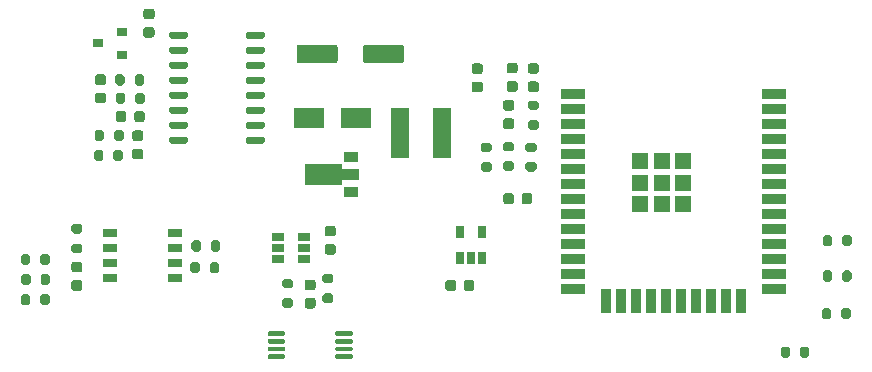
<source format=gbr>
%TF.GenerationSoftware,KiCad,Pcbnew,5.1.7-a382d34a8~87~ubuntu18.04.1*%
%TF.CreationDate,2021-06-03T09:48:45+05:30*%
%TF.ProjectId,Single_scale_v3_kicad,53696e67-6c65-45f7-9363-616c655f7633,rev?*%
%TF.SameCoordinates,Original*%
%TF.FileFunction,Paste,Top*%
%TF.FilePolarity,Positive*%
%FSLAX46Y46*%
G04 Gerber Fmt 4.6, Leading zero omitted, Abs format (unit mm)*
G04 Created by KiCad (PCBNEW 5.1.7-a382d34a8~87~ubuntu18.04.1) date 2021-06-03 09:48:45*
%MOMM*%
%LPD*%
G01*
G04 APERTURE LIST*
%ADD10R,1.300000X0.700000*%
%ADD11R,1.060000X0.650000*%
%ADD12R,0.650000X1.060000*%
%ADD13R,1.300000X0.900000*%
%ADD14C,0.100000*%
%ADD15R,2.000000X0.900000*%
%ADD16R,0.900000X2.000000*%
%ADD17R,1.330000X1.330000*%
%ADD18R,0.900000X0.800000*%
%ADD19R,2.500000X1.800000*%
%ADD20R,1.500000X4.200000*%
G04 APERTURE END LIST*
%TO.C,C1*%
G36*
G01*
X87250000Y-71975000D02*
X87750000Y-71975000D01*
G75*
G02*
X87975000Y-72200000I0J-225000D01*
G01*
X87975000Y-72650000D01*
G75*
G02*
X87750000Y-72875000I-225000J0D01*
G01*
X87250000Y-72875000D01*
G75*
G02*
X87025000Y-72650000I0J225000D01*
G01*
X87025000Y-72200000D01*
G75*
G02*
X87250000Y-71975000I225000J0D01*
G01*
G37*
G36*
G01*
X87250000Y-70425000D02*
X87750000Y-70425000D01*
G75*
G02*
X87975000Y-70650000I0J-225000D01*
G01*
X87975000Y-71100000D01*
G75*
G02*
X87750000Y-71325000I-225000J0D01*
G01*
X87250000Y-71325000D01*
G75*
G02*
X87025000Y-71100000I0J225000D01*
G01*
X87025000Y-70650000D01*
G75*
G02*
X87250000Y-70425000I225000J0D01*
G01*
G37*
%TD*%
%TO.C,C2*%
G36*
G01*
X88800000Y-74250000D02*
X88800000Y-73750000D01*
G75*
G02*
X89025000Y-73525000I225000J0D01*
G01*
X89475000Y-73525000D01*
G75*
G02*
X89700000Y-73750000I0J-225000D01*
G01*
X89700000Y-74250000D01*
G75*
G02*
X89475000Y-74475000I-225000J0D01*
G01*
X89025000Y-74475000D01*
G75*
G02*
X88800000Y-74250000I0J225000D01*
G01*
G37*
G36*
G01*
X90350000Y-74250000D02*
X90350000Y-73750000D01*
G75*
G02*
X90575000Y-73525000I225000J0D01*
G01*
X91025000Y-73525000D01*
G75*
G02*
X91250000Y-73750000I0J-225000D01*
G01*
X91250000Y-74250000D01*
G75*
G02*
X91025000Y-74475000I-225000J0D01*
G01*
X90575000Y-74475000D01*
G75*
G02*
X90350000Y-74250000I0J225000D01*
G01*
G37*
%TD*%
%TO.C,C3*%
G36*
G01*
X91850000Y-67325000D02*
X91350000Y-67325000D01*
G75*
G02*
X91125000Y-67100000I0J225000D01*
G01*
X91125000Y-66650000D01*
G75*
G02*
X91350000Y-66425000I225000J0D01*
G01*
X91850000Y-66425000D01*
G75*
G02*
X92075000Y-66650000I0J-225000D01*
G01*
X92075000Y-67100000D01*
G75*
G02*
X91850000Y-67325000I-225000J0D01*
G01*
G37*
G36*
G01*
X91850000Y-65775000D02*
X91350000Y-65775000D01*
G75*
G02*
X91125000Y-65550000I0J225000D01*
G01*
X91125000Y-65100000D01*
G75*
G02*
X91350000Y-64875000I225000J0D01*
G01*
X91850000Y-64875000D01*
G75*
G02*
X92075000Y-65100000I0J-225000D01*
G01*
X92075000Y-65550000D01*
G75*
G02*
X91850000Y-65775000I-225000J0D01*
G01*
G37*
%TD*%
%TO.C,C4*%
G36*
G01*
X85750000Y-88750000D02*
X85250000Y-88750000D01*
G75*
G02*
X85025000Y-88525000I0J225000D01*
G01*
X85025000Y-88075000D01*
G75*
G02*
X85250000Y-87850000I225000J0D01*
G01*
X85750000Y-87850000D01*
G75*
G02*
X85975000Y-88075000I0J-225000D01*
G01*
X85975000Y-88525000D01*
G75*
G02*
X85750000Y-88750000I-225000J0D01*
G01*
G37*
G36*
G01*
X85750000Y-87200000D02*
X85250000Y-87200000D01*
G75*
G02*
X85025000Y-86975000I0J225000D01*
G01*
X85025000Y-86525000D01*
G75*
G02*
X85250000Y-86300000I225000J0D01*
G01*
X85750000Y-86300000D01*
G75*
G02*
X85975000Y-86525000I0J-225000D01*
G01*
X85975000Y-86975000D01*
G75*
G02*
X85750000Y-87200000I-225000J0D01*
G01*
G37*
%TD*%
%TO.C,C5*%
G36*
G01*
X90400000Y-76725000D02*
X90900000Y-76725000D01*
G75*
G02*
X91125000Y-76950000I0J-225000D01*
G01*
X91125000Y-77400000D01*
G75*
G02*
X90900000Y-77625000I-225000J0D01*
G01*
X90400000Y-77625000D01*
G75*
G02*
X90175000Y-77400000I0J225000D01*
G01*
X90175000Y-76950000D01*
G75*
G02*
X90400000Y-76725000I225000J0D01*
G01*
G37*
G36*
G01*
X90400000Y-75175000D02*
X90900000Y-75175000D01*
G75*
G02*
X91125000Y-75400000I0J-225000D01*
G01*
X91125000Y-75850000D01*
G75*
G02*
X90900000Y-76075000I-225000J0D01*
G01*
X90400000Y-76075000D01*
G75*
G02*
X90175000Y-75850000I0J225000D01*
G01*
X90175000Y-75400000D01*
G75*
G02*
X90400000Y-75175000I225000J0D01*
G01*
G37*
%TD*%
%TO.C,C6*%
G36*
G01*
X122300000Y-75050000D02*
X121800000Y-75050000D01*
G75*
G02*
X121575000Y-74825000I0J225000D01*
G01*
X121575000Y-74375000D01*
G75*
G02*
X121800000Y-74150000I225000J0D01*
G01*
X122300000Y-74150000D01*
G75*
G02*
X122525000Y-74375000I0J-225000D01*
G01*
X122525000Y-74825000D01*
G75*
G02*
X122300000Y-75050000I-225000J0D01*
G01*
G37*
G36*
G01*
X122300000Y-73500000D02*
X121800000Y-73500000D01*
G75*
G02*
X121575000Y-73275000I0J225000D01*
G01*
X121575000Y-72825000D01*
G75*
G02*
X121800000Y-72600000I225000J0D01*
G01*
X122300000Y-72600000D01*
G75*
G02*
X122525000Y-72825000I0J-225000D01*
G01*
X122525000Y-73275000D01*
G75*
G02*
X122300000Y-73500000I-225000J0D01*
G01*
G37*
%TD*%
%TO.C,C7*%
G36*
G01*
X124400000Y-70375000D02*
X123900000Y-70375000D01*
G75*
G02*
X123675000Y-70150000I0J225000D01*
G01*
X123675000Y-69700000D01*
G75*
G02*
X123900000Y-69475000I225000J0D01*
G01*
X124400000Y-69475000D01*
G75*
G02*
X124625000Y-69700000I0J-225000D01*
G01*
X124625000Y-70150000D01*
G75*
G02*
X124400000Y-70375000I-225000J0D01*
G01*
G37*
G36*
G01*
X124400000Y-71925000D02*
X123900000Y-71925000D01*
G75*
G02*
X123675000Y-71700000I0J225000D01*
G01*
X123675000Y-71250000D01*
G75*
G02*
X123900000Y-71025000I225000J0D01*
G01*
X124400000Y-71025000D01*
G75*
G02*
X124625000Y-71250000I0J-225000D01*
G01*
X124625000Y-71700000D01*
G75*
G02*
X124400000Y-71925000I-225000J0D01*
G01*
G37*
%TD*%
%TO.C,C8*%
G36*
G01*
X122600000Y-71900000D02*
X122100000Y-71900000D01*
G75*
G02*
X121875000Y-71675000I0J225000D01*
G01*
X121875000Y-71225000D01*
G75*
G02*
X122100000Y-71000000I225000J0D01*
G01*
X122600000Y-71000000D01*
G75*
G02*
X122825000Y-71225000I0J-225000D01*
G01*
X122825000Y-71675000D01*
G75*
G02*
X122600000Y-71900000I-225000J0D01*
G01*
G37*
G36*
G01*
X122600000Y-70350000D02*
X122100000Y-70350000D01*
G75*
G02*
X121875000Y-70125000I0J225000D01*
G01*
X121875000Y-69675000D01*
G75*
G02*
X122100000Y-69450000I225000J0D01*
G01*
X122600000Y-69450000D01*
G75*
G02*
X122825000Y-69675000I0J-225000D01*
G01*
X122825000Y-70125000D01*
G75*
G02*
X122600000Y-70350000I-225000J0D01*
G01*
G37*
%TD*%
%TO.C,C9*%
G36*
G01*
X107200000Y-85700000D02*
X106700000Y-85700000D01*
G75*
G02*
X106475000Y-85475000I0J225000D01*
G01*
X106475000Y-85025000D01*
G75*
G02*
X106700000Y-84800000I225000J0D01*
G01*
X107200000Y-84800000D01*
G75*
G02*
X107425000Y-85025000I0J-225000D01*
G01*
X107425000Y-85475000D01*
G75*
G02*
X107200000Y-85700000I-225000J0D01*
G01*
G37*
G36*
G01*
X107200000Y-84150000D02*
X106700000Y-84150000D01*
G75*
G02*
X106475000Y-83925000I0J225000D01*
G01*
X106475000Y-83475000D01*
G75*
G02*
X106700000Y-83250000I225000J0D01*
G01*
X107200000Y-83250000D01*
G75*
G02*
X107425000Y-83475000I0J-225000D01*
G01*
X107425000Y-83925000D01*
G75*
G02*
X107200000Y-84150000I-225000J0D01*
G01*
G37*
%TD*%
%TO.C,C10*%
G36*
G01*
X105000000Y-89350000D02*
X105500000Y-89350000D01*
G75*
G02*
X105725000Y-89575000I0J-225000D01*
G01*
X105725000Y-90025000D01*
G75*
G02*
X105500000Y-90250000I-225000J0D01*
G01*
X105000000Y-90250000D01*
G75*
G02*
X104775000Y-90025000I0J225000D01*
G01*
X104775000Y-89575000D01*
G75*
G02*
X105000000Y-89350000I225000J0D01*
G01*
G37*
G36*
G01*
X105000000Y-87800000D02*
X105500000Y-87800000D01*
G75*
G02*
X105725000Y-88025000I0J-225000D01*
G01*
X105725000Y-88475000D01*
G75*
G02*
X105500000Y-88700000I-225000J0D01*
G01*
X105000000Y-88700000D01*
G75*
G02*
X104775000Y-88475000I0J225000D01*
G01*
X104775000Y-88025000D01*
G75*
G02*
X105000000Y-87800000I225000J0D01*
G01*
G37*
%TD*%
%TO.C,C11*%
G36*
G01*
X119650000Y-70400000D02*
X119150000Y-70400000D01*
G75*
G02*
X118925000Y-70175000I0J225000D01*
G01*
X118925000Y-69725000D01*
G75*
G02*
X119150000Y-69500000I225000J0D01*
G01*
X119650000Y-69500000D01*
G75*
G02*
X119875000Y-69725000I0J-225000D01*
G01*
X119875000Y-70175000D01*
G75*
G02*
X119650000Y-70400000I-225000J0D01*
G01*
G37*
G36*
G01*
X119650000Y-71950000D02*
X119150000Y-71950000D01*
G75*
G02*
X118925000Y-71725000I0J225000D01*
G01*
X118925000Y-71275000D01*
G75*
G02*
X119150000Y-71050000I225000J0D01*
G01*
X119650000Y-71050000D01*
G75*
G02*
X119875000Y-71275000I0J-225000D01*
G01*
X119875000Y-71725000D01*
G75*
G02*
X119650000Y-71950000I-225000J0D01*
G01*
G37*
%TD*%
%TO.C,C12*%
G36*
G01*
X118250000Y-88550000D02*
X118250000Y-88050000D01*
G75*
G02*
X118475000Y-87825000I225000J0D01*
G01*
X118925000Y-87825000D01*
G75*
G02*
X119150000Y-88050000I0J-225000D01*
G01*
X119150000Y-88550000D01*
G75*
G02*
X118925000Y-88775000I-225000J0D01*
G01*
X118475000Y-88775000D01*
G75*
G02*
X118250000Y-88550000I0J225000D01*
G01*
G37*
G36*
G01*
X116700000Y-88550000D02*
X116700000Y-88050000D01*
G75*
G02*
X116925000Y-87825000I225000J0D01*
G01*
X117375000Y-87825000D01*
G75*
G02*
X117600000Y-88050000I0J-225000D01*
G01*
X117600000Y-88550000D01*
G75*
G02*
X117375000Y-88775000I-225000J0D01*
G01*
X116925000Y-88775000D01*
G75*
G02*
X116700000Y-88550000I0J225000D01*
G01*
G37*
%TD*%
%TO.C,C13*%
G36*
G01*
X121600000Y-81200000D02*
X121600000Y-80700000D01*
G75*
G02*
X121825000Y-80475000I225000J0D01*
G01*
X122275000Y-80475000D01*
G75*
G02*
X122500000Y-80700000I0J-225000D01*
G01*
X122500000Y-81200000D01*
G75*
G02*
X122275000Y-81425000I-225000J0D01*
G01*
X121825000Y-81425000D01*
G75*
G02*
X121600000Y-81200000I0J225000D01*
G01*
G37*
G36*
G01*
X123150000Y-81200000D02*
X123150000Y-80700000D01*
G75*
G02*
X123375000Y-80475000I225000J0D01*
G01*
X123825000Y-80475000D01*
G75*
G02*
X124050000Y-80700000I0J-225000D01*
G01*
X124050000Y-81200000D01*
G75*
G02*
X123825000Y-81425000I-225000J0D01*
G01*
X123375000Y-81425000D01*
G75*
G02*
X123150000Y-81200000I0J225000D01*
G01*
G37*
%TD*%
%TO.C,C14*%
G36*
G01*
X104100000Y-69250000D02*
X104100000Y-68150000D01*
G75*
G02*
X104350000Y-67900000I250000J0D01*
G01*
X107350000Y-67900000D01*
G75*
G02*
X107600000Y-68150000I0J-250000D01*
G01*
X107600000Y-69250000D01*
G75*
G02*
X107350000Y-69500000I-250000J0D01*
G01*
X104350000Y-69500000D01*
G75*
G02*
X104100000Y-69250000I0J250000D01*
G01*
G37*
G36*
G01*
X109700000Y-69250000D02*
X109700000Y-68150000D01*
G75*
G02*
X109950000Y-67900000I250000J0D01*
G01*
X112950000Y-67900000D01*
G75*
G02*
X113200000Y-68150000I0J-250000D01*
G01*
X113200000Y-69250000D01*
G75*
G02*
X112950000Y-69500000I-250000J0D01*
G01*
X109950000Y-69500000D01*
G75*
G02*
X109700000Y-69250000I0J250000D01*
G01*
G37*
%TD*%
%TO.C,R1*%
G36*
G01*
X97550000Y-86525000D02*
X97550000Y-87075000D01*
G75*
G02*
X97350000Y-87275000I-200000J0D01*
G01*
X96950000Y-87275000D01*
G75*
G02*
X96750000Y-87075000I0J200000D01*
G01*
X96750000Y-86525000D01*
G75*
G02*
X96950000Y-86325000I200000J0D01*
G01*
X97350000Y-86325000D01*
G75*
G02*
X97550000Y-86525000I0J-200000D01*
G01*
G37*
G36*
G01*
X95900000Y-86525000D02*
X95900000Y-87075000D01*
G75*
G02*
X95700000Y-87275000I-200000J0D01*
G01*
X95300000Y-87275000D01*
G75*
G02*
X95100000Y-87075000I0J200000D01*
G01*
X95100000Y-86525000D01*
G75*
G02*
X95300000Y-86325000I200000J0D01*
G01*
X95700000Y-86325000D01*
G75*
G02*
X95900000Y-86525000I0J-200000D01*
G01*
G37*
%TD*%
%TO.C,R2*%
G36*
G01*
X95200000Y-85225000D02*
X95200000Y-84675000D01*
G75*
G02*
X95400000Y-84475000I200000J0D01*
G01*
X95800000Y-84475000D01*
G75*
G02*
X96000000Y-84675000I0J-200000D01*
G01*
X96000000Y-85225000D01*
G75*
G02*
X95800000Y-85425000I-200000J0D01*
G01*
X95400000Y-85425000D01*
G75*
G02*
X95200000Y-85225000I0J200000D01*
G01*
G37*
G36*
G01*
X96850000Y-85225000D02*
X96850000Y-84675000D01*
G75*
G02*
X97050000Y-84475000I200000J0D01*
G01*
X97450000Y-84475000D01*
G75*
G02*
X97650000Y-84675000I0J-200000D01*
G01*
X97650000Y-85225000D01*
G75*
G02*
X97450000Y-85425000I-200000J0D01*
G01*
X97050000Y-85425000D01*
G75*
G02*
X96850000Y-85225000I0J200000D01*
G01*
G37*
%TD*%
%TO.C,R3*%
G36*
G01*
X88750000Y-71175000D02*
X88750000Y-70625000D01*
G75*
G02*
X88950000Y-70425000I200000J0D01*
G01*
X89350000Y-70425000D01*
G75*
G02*
X89550000Y-70625000I0J-200000D01*
G01*
X89550000Y-71175000D01*
G75*
G02*
X89350000Y-71375000I-200000J0D01*
G01*
X88950000Y-71375000D01*
G75*
G02*
X88750000Y-71175000I0J200000D01*
G01*
G37*
G36*
G01*
X90400000Y-71175000D02*
X90400000Y-70625000D01*
G75*
G02*
X90600000Y-70425000I200000J0D01*
G01*
X91000000Y-70425000D01*
G75*
G02*
X91200000Y-70625000I0J-200000D01*
G01*
X91200000Y-71175000D01*
G75*
G02*
X91000000Y-71375000I-200000J0D01*
G01*
X90600000Y-71375000D01*
G75*
G02*
X90400000Y-71175000I0J200000D01*
G01*
G37*
%TD*%
%TO.C,R4*%
G36*
G01*
X89600000Y-72175000D02*
X89600000Y-72725000D01*
G75*
G02*
X89400000Y-72925000I-200000J0D01*
G01*
X89000000Y-72925000D01*
G75*
G02*
X88800000Y-72725000I0J200000D01*
G01*
X88800000Y-72175000D01*
G75*
G02*
X89000000Y-71975000I200000J0D01*
G01*
X89400000Y-71975000D01*
G75*
G02*
X89600000Y-72175000I0J-200000D01*
G01*
G37*
G36*
G01*
X91250000Y-72175000D02*
X91250000Y-72725000D01*
G75*
G02*
X91050000Y-72925000I-200000J0D01*
G01*
X90650000Y-72925000D01*
G75*
G02*
X90450000Y-72725000I0J200000D01*
G01*
X90450000Y-72175000D01*
G75*
G02*
X90650000Y-71975000I200000J0D01*
G01*
X91050000Y-71975000D01*
G75*
G02*
X91250000Y-72175000I0J-200000D01*
G01*
G37*
%TD*%
%TO.C,R5*%
G36*
G01*
X86950000Y-77575000D02*
X86950000Y-77025000D01*
G75*
G02*
X87150000Y-76825000I200000J0D01*
G01*
X87550000Y-76825000D01*
G75*
G02*
X87750000Y-77025000I0J-200000D01*
G01*
X87750000Y-77575000D01*
G75*
G02*
X87550000Y-77775000I-200000J0D01*
G01*
X87150000Y-77775000D01*
G75*
G02*
X86950000Y-77575000I0J200000D01*
G01*
G37*
G36*
G01*
X88600000Y-77575000D02*
X88600000Y-77025000D01*
G75*
G02*
X88800000Y-76825000I200000J0D01*
G01*
X89200000Y-76825000D01*
G75*
G02*
X89400000Y-77025000I0J-200000D01*
G01*
X89400000Y-77575000D01*
G75*
G02*
X89200000Y-77775000I-200000J0D01*
G01*
X88800000Y-77775000D01*
G75*
G02*
X88600000Y-77575000I0J200000D01*
G01*
G37*
%TD*%
%TO.C,R6*%
G36*
G01*
X88650000Y-75875000D02*
X88650000Y-75325000D01*
G75*
G02*
X88850000Y-75125000I200000J0D01*
G01*
X89250000Y-75125000D01*
G75*
G02*
X89450000Y-75325000I0J-200000D01*
G01*
X89450000Y-75875000D01*
G75*
G02*
X89250000Y-76075000I-200000J0D01*
G01*
X88850000Y-76075000D01*
G75*
G02*
X88650000Y-75875000I0J200000D01*
G01*
G37*
G36*
G01*
X87000000Y-75875000D02*
X87000000Y-75325000D01*
G75*
G02*
X87200000Y-75125000I200000J0D01*
G01*
X87600000Y-75125000D01*
G75*
G02*
X87800000Y-75325000I0J-200000D01*
G01*
X87800000Y-75875000D01*
G75*
G02*
X87600000Y-76075000I-200000J0D01*
G01*
X87200000Y-76075000D01*
G75*
G02*
X87000000Y-75875000I0J200000D01*
G01*
G37*
%TD*%
%TO.C,R7*%
G36*
G01*
X123875000Y-72650000D02*
X124425000Y-72650000D01*
G75*
G02*
X124625000Y-72850000I0J-200000D01*
G01*
X124625000Y-73250000D01*
G75*
G02*
X124425000Y-73450000I-200000J0D01*
G01*
X123875000Y-73450000D01*
G75*
G02*
X123675000Y-73250000I0J200000D01*
G01*
X123675000Y-72850000D01*
G75*
G02*
X123875000Y-72650000I200000J0D01*
G01*
G37*
G36*
G01*
X123875000Y-74300000D02*
X124425000Y-74300000D01*
G75*
G02*
X124625000Y-74500000I0J-200000D01*
G01*
X124625000Y-74900000D01*
G75*
G02*
X124425000Y-75100000I-200000J0D01*
G01*
X123875000Y-75100000D01*
G75*
G02*
X123675000Y-74900000I0J200000D01*
G01*
X123675000Y-74500000D01*
G75*
G02*
X123875000Y-74300000I200000J0D01*
G01*
G37*
%TD*%
%TO.C,R8*%
G36*
G01*
X85775000Y-83900000D02*
X85225000Y-83900000D01*
G75*
G02*
X85025000Y-83700000I0J200000D01*
G01*
X85025000Y-83300000D01*
G75*
G02*
X85225000Y-83100000I200000J0D01*
G01*
X85775000Y-83100000D01*
G75*
G02*
X85975000Y-83300000I0J-200000D01*
G01*
X85975000Y-83700000D01*
G75*
G02*
X85775000Y-83900000I-200000J0D01*
G01*
G37*
G36*
G01*
X85775000Y-85550000D02*
X85225000Y-85550000D01*
G75*
G02*
X85025000Y-85350000I0J200000D01*
G01*
X85025000Y-84950000D01*
G75*
G02*
X85225000Y-84750000I200000J0D01*
G01*
X85775000Y-84750000D01*
G75*
G02*
X85975000Y-84950000I0J-200000D01*
G01*
X85975000Y-85350000D01*
G75*
G02*
X85775000Y-85550000I-200000J0D01*
G01*
G37*
%TD*%
%TO.C,R9*%
G36*
G01*
X103625000Y-88550000D02*
X103075000Y-88550000D01*
G75*
G02*
X102875000Y-88350000I0J200000D01*
G01*
X102875000Y-87950000D01*
G75*
G02*
X103075000Y-87750000I200000J0D01*
G01*
X103625000Y-87750000D01*
G75*
G02*
X103825000Y-87950000I0J-200000D01*
G01*
X103825000Y-88350000D01*
G75*
G02*
X103625000Y-88550000I-200000J0D01*
G01*
G37*
G36*
G01*
X103625000Y-90200000D02*
X103075000Y-90200000D01*
G75*
G02*
X102875000Y-90000000I0J200000D01*
G01*
X102875000Y-89600000D01*
G75*
G02*
X103075000Y-89400000I200000J0D01*
G01*
X103625000Y-89400000D01*
G75*
G02*
X103825000Y-89600000I0J-200000D01*
G01*
X103825000Y-90000000D01*
G75*
G02*
X103625000Y-90200000I-200000J0D01*
G01*
G37*
%TD*%
%TO.C,R10*%
G36*
G01*
X106475000Y-87325000D02*
X107025000Y-87325000D01*
G75*
G02*
X107225000Y-87525000I0J-200000D01*
G01*
X107225000Y-87925000D01*
G75*
G02*
X107025000Y-88125000I-200000J0D01*
G01*
X106475000Y-88125000D01*
G75*
G02*
X106275000Y-87925000I0J200000D01*
G01*
X106275000Y-87525000D01*
G75*
G02*
X106475000Y-87325000I200000J0D01*
G01*
G37*
G36*
G01*
X106475000Y-88975000D02*
X107025000Y-88975000D01*
G75*
G02*
X107225000Y-89175000I0J-200000D01*
G01*
X107225000Y-89575000D01*
G75*
G02*
X107025000Y-89775000I-200000J0D01*
G01*
X106475000Y-89775000D01*
G75*
G02*
X106275000Y-89575000I0J200000D01*
G01*
X106275000Y-89175000D01*
G75*
G02*
X106475000Y-88975000I200000J0D01*
G01*
G37*
%TD*%
%TO.C,R11*%
G36*
G01*
X145875000Y-93675000D02*
X145875000Y-94225000D01*
G75*
G02*
X145675000Y-94425000I-200000J0D01*
G01*
X145275000Y-94425000D01*
G75*
G02*
X145075000Y-94225000I0J200000D01*
G01*
X145075000Y-93675000D01*
G75*
G02*
X145275000Y-93475000I200000J0D01*
G01*
X145675000Y-93475000D01*
G75*
G02*
X145875000Y-93675000I0J-200000D01*
G01*
G37*
G36*
G01*
X147525000Y-93675000D02*
X147525000Y-94225000D01*
G75*
G02*
X147325000Y-94425000I-200000J0D01*
G01*
X146925000Y-94425000D01*
G75*
G02*
X146725000Y-94225000I0J200000D01*
G01*
X146725000Y-93675000D01*
G75*
G02*
X146925000Y-93475000I200000J0D01*
G01*
X147325000Y-93475000D01*
G75*
G02*
X147525000Y-93675000I0J-200000D01*
G01*
G37*
%TD*%
%TO.C,R12*%
G36*
G01*
X150225000Y-90975000D02*
X150225000Y-90425000D01*
G75*
G02*
X150425000Y-90225000I200000J0D01*
G01*
X150825000Y-90225000D01*
G75*
G02*
X151025000Y-90425000I0J-200000D01*
G01*
X151025000Y-90975000D01*
G75*
G02*
X150825000Y-91175000I-200000J0D01*
G01*
X150425000Y-91175000D01*
G75*
G02*
X150225000Y-90975000I0J200000D01*
G01*
G37*
G36*
G01*
X148575000Y-90975000D02*
X148575000Y-90425000D01*
G75*
G02*
X148775000Y-90225000I200000J0D01*
G01*
X149175000Y-90225000D01*
G75*
G02*
X149375000Y-90425000I0J-200000D01*
G01*
X149375000Y-90975000D01*
G75*
G02*
X149175000Y-91175000I-200000J0D01*
G01*
X148775000Y-91175000D01*
G75*
G02*
X148575000Y-90975000I0J200000D01*
G01*
G37*
%TD*%
%TO.C,R13*%
G36*
G01*
X150300000Y-87775000D02*
X150300000Y-87225000D01*
G75*
G02*
X150500000Y-87025000I200000J0D01*
G01*
X150900000Y-87025000D01*
G75*
G02*
X151100000Y-87225000I0J-200000D01*
G01*
X151100000Y-87775000D01*
G75*
G02*
X150900000Y-87975000I-200000J0D01*
G01*
X150500000Y-87975000D01*
G75*
G02*
X150300000Y-87775000I0J200000D01*
G01*
G37*
G36*
G01*
X148650000Y-87775000D02*
X148650000Y-87225000D01*
G75*
G02*
X148850000Y-87025000I200000J0D01*
G01*
X149250000Y-87025000D01*
G75*
G02*
X149450000Y-87225000I0J-200000D01*
G01*
X149450000Y-87775000D01*
G75*
G02*
X149250000Y-87975000I-200000J0D01*
G01*
X148850000Y-87975000D01*
G75*
G02*
X148650000Y-87775000I0J200000D01*
G01*
G37*
%TD*%
%TO.C,R14*%
G36*
G01*
X150300000Y-84775000D02*
X150300000Y-84225000D01*
G75*
G02*
X150500000Y-84025000I200000J0D01*
G01*
X150900000Y-84025000D01*
G75*
G02*
X151100000Y-84225000I0J-200000D01*
G01*
X151100000Y-84775000D01*
G75*
G02*
X150900000Y-84975000I-200000J0D01*
G01*
X150500000Y-84975000D01*
G75*
G02*
X150300000Y-84775000I0J200000D01*
G01*
G37*
G36*
G01*
X148650000Y-84775000D02*
X148650000Y-84225000D01*
G75*
G02*
X148850000Y-84025000I200000J0D01*
G01*
X149250000Y-84025000D01*
G75*
G02*
X149450000Y-84225000I0J-200000D01*
G01*
X149450000Y-84775000D01*
G75*
G02*
X149250000Y-84975000I-200000J0D01*
G01*
X148850000Y-84975000D01*
G75*
G02*
X148650000Y-84775000I0J200000D01*
G01*
G37*
%TD*%
%TO.C,R15*%
G36*
G01*
X120425000Y-78675000D02*
X119875000Y-78675000D01*
G75*
G02*
X119675000Y-78475000I0J200000D01*
G01*
X119675000Y-78075000D01*
G75*
G02*
X119875000Y-77875000I200000J0D01*
G01*
X120425000Y-77875000D01*
G75*
G02*
X120625000Y-78075000I0J-200000D01*
G01*
X120625000Y-78475000D01*
G75*
G02*
X120425000Y-78675000I-200000J0D01*
G01*
G37*
G36*
G01*
X120425000Y-77025000D02*
X119875000Y-77025000D01*
G75*
G02*
X119675000Y-76825000I0J200000D01*
G01*
X119675000Y-76425000D01*
G75*
G02*
X119875000Y-76225000I200000J0D01*
G01*
X120425000Y-76225000D01*
G75*
G02*
X120625000Y-76425000I0J-200000D01*
G01*
X120625000Y-76825000D01*
G75*
G02*
X120425000Y-77025000I-200000J0D01*
G01*
G37*
%TD*%
%TO.C,R16*%
G36*
G01*
X121775000Y-77800000D02*
X122325000Y-77800000D01*
G75*
G02*
X122525000Y-78000000I0J-200000D01*
G01*
X122525000Y-78400000D01*
G75*
G02*
X122325000Y-78600000I-200000J0D01*
G01*
X121775000Y-78600000D01*
G75*
G02*
X121575000Y-78400000I0J200000D01*
G01*
X121575000Y-78000000D01*
G75*
G02*
X121775000Y-77800000I200000J0D01*
G01*
G37*
G36*
G01*
X121775000Y-76150000D02*
X122325000Y-76150000D01*
G75*
G02*
X122525000Y-76350000I0J-200000D01*
G01*
X122525000Y-76750000D01*
G75*
G02*
X122325000Y-76950000I-200000J0D01*
G01*
X121775000Y-76950000D01*
G75*
G02*
X121575000Y-76750000I0J200000D01*
G01*
X121575000Y-76350000D01*
G75*
G02*
X121775000Y-76150000I200000J0D01*
G01*
G37*
%TD*%
%TO.C,R17*%
G36*
G01*
X123675000Y-76200000D02*
X124225000Y-76200000D01*
G75*
G02*
X124425000Y-76400000I0J-200000D01*
G01*
X124425000Y-76800000D01*
G75*
G02*
X124225000Y-77000000I-200000J0D01*
G01*
X123675000Y-77000000D01*
G75*
G02*
X123475000Y-76800000I0J200000D01*
G01*
X123475000Y-76400000D01*
G75*
G02*
X123675000Y-76200000I200000J0D01*
G01*
G37*
G36*
G01*
X123675000Y-77850000D02*
X124225000Y-77850000D01*
G75*
G02*
X124425000Y-78050000I0J-200000D01*
G01*
X124425000Y-78450000D01*
G75*
G02*
X124225000Y-78650000I-200000J0D01*
G01*
X123675000Y-78650000D01*
G75*
G02*
X123475000Y-78450000I0J200000D01*
G01*
X123475000Y-78050000D01*
G75*
G02*
X123675000Y-77850000I200000J0D01*
G01*
G37*
%TD*%
%TO.C,R18*%
G36*
G01*
X83200000Y-85825000D02*
X83200000Y-86375000D01*
G75*
G02*
X83000000Y-86575000I-200000J0D01*
G01*
X82600000Y-86575000D01*
G75*
G02*
X82400000Y-86375000I0J200000D01*
G01*
X82400000Y-85825000D01*
G75*
G02*
X82600000Y-85625000I200000J0D01*
G01*
X83000000Y-85625000D01*
G75*
G02*
X83200000Y-85825000I0J-200000D01*
G01*
G37*
G36*
G01*
X81550000Y-85825000D02*
X81550000Y-86375000D01*
G75*
G02*
X81350000Y-86575000I-200000J0D01*
G01*
X80950000Y-86575000D01*
G75*
G02*
X80750000Y-86375000I0J200000D01*
G01*
X80750000Y-85825000D01*
G75*
G02*
X80950000Y-85625000I200000J0D01*
G01*
X81350000Y-85625000D01*
G75*
G02*
X81550000Y-85825000I0J-200000D01*
G01*
G37*
%TD*%
%TO.C,R19*%
G36*
G01*
X82425000Y-88075000D02*
X82425000Y-87525000D01*
G75*
G02*
X82625000Y-87325000I200000J0D01*
G01*
X83025000Y-87325000D01*
G75*
G02*
X83225000Y-87525000I0J-200000D01*
G01*
X83225000Y-88075000D01*
G75*
G02*
X83025000Y-88275000I-200000J0D01*
G01*
X82625000Y-88275000D01*
G75*
G02*
X82425000Y-88075000I0J200000D01*
G01*
G37*
G36*
G01*
X80775000Y-88075000D02*
X80775000Y-87525000D01*
G75*
G02*
X80975000Y-87325000I200000J0D01*
G01*
X81375000Y-87325000D01*
G75*
G02*
X81575000Y-87525000I0J-200000D01*
G01*
X81575000Y-88075000D01*
G75*
G02*
X81375000Y-88275000I-200000J0D01*
G01*
X80975000Y-88275000D01*
G75*
G02*
X80775000Y-88075000I0J200000D01*
G01*
G37*
%TD*%
%TO.C,R20*%
G36*
G01*
X80750000Y-89775000D02*
X80750000Y-89225000D01*
G75*
G02*
X80950000Y-89025000I200000J0D01*
G01*
X81350000Y-89025000D01*
G75*
G02*
X81550000Y-89225000I0J-200000D01*
G01*
X81550000Y-89775000D01*
G75*
G02*
X81350000Y-89975000I-200000J0D01*
G01*
X80950000Y-89975000D01*
G75*
G02*
X80750000Y-89775000I0J200000D01*
G01*
G37*
G36*
G01*
X82400000Y-89775000D02*
X82400000Y-89225000D01*
G75*
G02*
X82600000Y-89025000I200000J0D01*
G01*
X83000000Y-89025000D01*
G75*
G02*
X83200000Y-89225000I0J-200000D01*
G01*
X83200000Y-89775000D01*
G75*
G02*
X83000000Y-89975000I-200000J0D01*
G01*
X82600000Y-89975000D01*
G75*
G02*
X82400000Y-89775000I0J200000D01*
G01*
G37*
%TD*%
D10*
%TO.C,U1*%
X93800000Y-85165000D03*
X93800000Y-83895000D03*
X93800000Y-86435000D03*
X93800000Y-87705000D03*
X88300000Y-85165000D03*
X88300000Y-83895000D03*
X88300000Y-86435000D03*
X88300000Y-87705000D03*
%TD*%
%TO.C,U2*%
G36*
G01*
X93300000Y-67255000D02*
X93300000Y-66955000D01*
G75*
G02*
X93450000Y-66805000I150000J0D01*
G01*
X94750000Y-66805000D01*
G75*
G02*
X94900000Y-66955000I0J-150000D01*
G01*
X94900000Y-67255000D01*
G75*
G02*
X94750000Y-67405000I-150000J0D01*
G01*
X93450000Y-67405000D01*
G75*
G02*
X93300000Y-67255000I0J150000D01*
G01*
G37*
G36*
G01*
X93300000Y-68525000D02*
X93300000Y-68225000D01*
G75*
G02*
X93450000Y-68075000I150000J0D01*
G01*
X94750000Y-68075000D01*
G75*
G02*
X94900000Y-68225000I0J-150000D01*
G01*
X94900000Y-68525000D01*
G75*
G02*
X94750000Y-68675000I-150000J0D01*
G01*
X93450000Y-68675000D01*
G75*
G02*
X93300000Y-68525000I0J150000D01*
G01*
G37*
G36*
G01*
X93300000Y-69795000D02*
X93300000Y-69495000D01*
G75*
G02*
X93450000Y-69345000I150000J0D01*
G01*
X94750000Y-69345000D01*
G75*
G02*
X94900000Y-69495000I0J-150000D01*
G01*
X94900000Y-69795000D01*
G75*
G02*
X94750000Y-69945000I-150000J0D01*
G01*
X93450000Y-69945000D01*
G75*
G02*
X93300000Y-69795000I0J150000D01*
G01*
G37*
G36*
G01*
X93300000Y-71065000D02*
X93300000Y-70765000D01*
G75*
G02*
X93450000Y-70615000I150000J0D01*
G01*
X94750000Y-70615000D01*
G75*
G02*
X94900000Y-70765000I0J-150000D01*
G01*
X94900000Y-71065000D01*
G75*
G02*
X94750000Y-71215000I-150000J0D01*
G01*
X93450000Y-71215000D01*
G75*
G02*
X93300000Y-71065000I0J150000D01*
G01*
G37*
G36*
G01*
X93300000Y-72335000D02*
X93300000Y-72035000D01*
G75*
G02*
X93450000Y-71885000I150000J0D01*
G01*
X94750000Y-71885000D01*
G75*
G02*
X94900000Y-72035000I0J-150000D01*
G01*
X94900000Y-72335000D01*
G75*
G02*
X94750000Y-72485000I-150000J0D01*
G01*
X93450000Y-72485000D01*
G75*
G02*
X93300000Y-72335000I0J150000D01*
G01*
G37*
G36*
G01*
X93300000Y-73605000D02*
X93300000Y-73305000D01*
G75*
G02*
X93450000Y-73155000I150000J0D01*
G01*
X94750000Y-73155000D01*
G75*
G02*
X94900000Y-73305000I0J-150000D01*
G01*
X94900000Y-73605000D01*
G75*
G02*
X94750000Y-73755000I-150000J0D01*
G01*
X93450000Y-73755000D01*
G75*
G02*
X93300000Y-73605000I0J150000D01*
G01*
G37*
G36*
G01*
X93300000Y-74875000D02*
X93300000Y-74575000D01*
G75*
G02*
X93450000Y-74425000I150000J0D01*
G01*
X94750000Y-74425000D01*
G75*
G02*
X94900000Y-74575000I0J-150000D01*
G01*
X94900000Y-74875000D01*
G75*
G02*
X94750000Y-75025000I-150000J0D01*
G01*
X93450000Y-75025000D01*
G75*
G02*
X93300000Y-74875000I0J150000D01*
G01*
G37*
G36*
G01*
X93300000Y-76145000D02*
X93300000Y-75845000D01*
G75*
G02*
X93450000Y-75695000I150000J0D01*
G01*
X94750000Y-75695000D01*
G75*
G02*
X94900000Y-75845000I0J-150000D01*
G01*
X94900000Y-76145000D01*
G75*
G02*
X94750000Y-76295000I-150000J0D01*
G01*
X93450000Y-76295000D01*
G75*
G02*
X93300000Y-76145000I0J150000D01*
G01*
G37*
G36*
G01*
X99800000Y-76145000D02*
X99800000Y-75845000D01*
G75*
G02*
X99950000Y-75695000I150000J0D01*
G01*
X101250000Y-75695000D01*
G75*
G02*
X101400000Y-75845000I0J-150000D01*
G01*
X101400000Y-76145000D01*
G75*
G02*
X101250000Y-76295000I-150000J0D01*
G01*
X99950000Y-76295000D01*
G75*
G02*
X99800000Y-76145000I0J150000D01*
G01*
G37*
G36*
G01*
X99800000Y-74875000D02*
X99800000Y-74575000D01*
G75*
G02*
X99950000Y-74425000I150000J0D01*
G01*
X101250000Y-74425000D01*
G75*
G02*
X101400000Y-74575000I0J-150000D01*
G01*
X101400000Y-74875000D01*
G75*
G02*
X101250000Y-75025000I-150000J0D01*
G01*
X99950000Y-75025000D01*
G75*
G02*
X99800000Y-74875000I0J150000D01*
G01*
G37*
G36*
G01*
X99800000Y-73605000D02*
X99800000Y-73305000D01*
G75*
G02*
X99950000Y-73155000I150000J0D01*
G01*
X101250000Y-73155000D01*
G75*
G02*
X101400000Y-73305000I0J-150000D01*
G01*
X101400000Y-73605000D01*
G75*
G02*
X101250000Y-73755000I-150000J0D01*
G01*
X99950000Y-73755000D01*
G75*
G02*
X99800000Y-73605000I0J150000D01*
G01*
G37*
G36*
G01*
X99800000Y-72335000D02*
X99800000Y-72035000D01*
G75*
G02*
X99950000Y-71885000I150000J0D01*
G01*
X101250000Y-71885000D01*
G75*
G02*
X101400000Y-72035000I0J-150000D01*
G01*
X101400000Y-72335000D01*
G75*
G02*
X101250000Y-72485000I-150000J0D01*
G01*
X99950000Y-72485000D01*
G75*
G02*
X99800000Y-72335000I0J150000D01*
G01*
G37*
G36*
G01*
X99800000Y-71065000D02*
X99800000Y-70765000D01*
G75*
G02*
X99950000Y-70615000I150000J0D01*
G01*
X101250000Y-70615000D01*
G75*
G02*
X101400000Y-70765000I0J-150000D01*
G01*
X101400000Y-71065000D01*
G75*
G02*
X101250000Y-71215000I-150000J0D01*
G01*
X99950000Y-71215000D01*
G75*
G02*
X99800000Y-71065000I0J150000D01*
G01*
G37*
G36*
G01*
X99800000Y-69795000D02*
X99800000Y-69495000D01*
G75*
G02*
X99950000Y-69345000I150000J0D01*
G01*
X101250000Y-69345000D01*
G75*
G02*
X101400000Y-69495000I0J-150000D01*
G01*
X101400000Y-69795000D01*
G75*
G02*
X101250000Y-69945000I-150000J0D01*
G01*
X99950000Y-69945000D01*
G75*
G02*
X99800000Y-69795000I0J150000D01*
G01*
G37*
G36*
G01*
X99800000Y-68525000D02*
X99800000Y-68225000D01*
G75*
G02*
X99950000Y-68075000I150000J0D01*
G01*
X101250000Y-68075000D01*
G75*
G02*
X101400000Y-68225000I0J-150000D01*
G01*
X101400000Y-68525000D01*
G75*
G02*
X101250000Y-68675000I-150000J0D01*
G01*
X99950000Y-68675000D01*
G75*
G02*
X99800000Y-68525000I0J150000D01*
G01*
G37*
G36*
G01*
X99800000Y-67255000D02*
X99800000Y-66955000D01*
G75*
G02*
X99950000Y-66805000I150000J0D01*
G01*
X101250000Y-66805000D01*
G75*
G02*
X101400000Y-66955000I0J-150000D01*
G01*
X101400000Y-67255000D01*
G75*
G02*
X101250000Y-67405000I-150000J0D01*
G01*
X99950000Y-67405000D01*
G75*
G02*
X99800000Y-67255000I0J150000D01*
G01*
G37*
%TD*%
%TO.C,U3*%
G36*
G01*
X101650000Y-92475000D02*
X101650000Y-92275000D01*
G75*
G02*
X101750000Y-92175000I100000J0D01*
G01*
X103025000Y-92175000D01*
G75*
G02*
X103125000Y-92275000I0J-100000D01*
G01*
X103125000Y-92475000D01*
G75*
G02*
X103025000Y-92575000I-100000J0D01*
G01*
X101750000Y-92575000D01*
G75*
G02*
X101650000Y-92475000I0J100000D01*
G01*
G37*
G36*
G01*
X101650000Y-93125000D02*
X101650000Y-92925000D01*
G75*
G02*
X101750000Y-92825000I100000J0D01*
G01*
X103025000Y-92825000D01*
G75*
G02*
X103125000Y-92925000I0J-100000D01*
G01*
X103125000Y-93125000D01*
G75*
G02*
X103025000Y-93225000I-100000J0D01*
G01*
X101750000Y-93225000D01*
G75*
G02*
X101650000Y-93125000I0J100000D01*
G01*
G37*
G36*
G01*
X101650000Y-93775000D02*
X101650000Y-93575000D01*
G75*
G02*
X101750000Y-93475000I100000J0D01*
G01*
X103025000Y-93475000D01*
G75*
G02*
X103125000Y-93575000I0J-100000D01*
G01*
X103125000Y-93775000D01*
G75*
G02*
X103025000Y-93875000I-100000J0D01*
G01*
X101750000Y-93875000D01*
G75*
G02*
X101650000Y-93775000I0J100000D01*
G01*
G37*
G36*
G01*
X101650000Y-94425000D02*
X101650000Y-94225000D01*
G75*
G02*
X101750000Y-94125000I100000J0D01*
G01*
X103025000Y-94125000D01*
G75*
G02*
X103125000Y-94225000I0J-100000D01*
G01*
X103125000Y-94425000D01*
G75*
G02*
X103025000Y-94525000I-100000J0D01*
G01*
X101750000Y-94525000D01*
G75*
G02*
X101650000Y-94425000I0J100000D01*
G01*
G37*
G36*
G01*
X107375000Y-94425000D02*
X107375000Y-94225000D01*
G75*
G02*
X107475000Y-94125000I100000J0D01*
G01*
X108750000Y-94125000D01*
G75*
G02*
X108850000Y-94225000I0J-100000D01*
G01*
X108850000Y-94425000D01*
G75*
G02*
X108750000Y-94525000I-100000J0D01*
G01*
X107475000Y-94525000D01*
G75*
G02*
X107375000Y-94425000I0J100000D01*
G01*
G37*
G36*
G01*
X107375000Y-93775000D02*
X107375000Y-93575000D01*
G75*
G02*
X107475000Y-93475000I100000J0D01*
G01*
X108750000Y-93475000D01*
G75*
G02*
X108850000Y-93575000I0J-100000D01*
G01*
X108850000Y-93775000D01*
G75*
G02*
X108750000Y-93875000I-100000J0D01*
G01*
X107475000Y-93875000D01*
G75*
G02*
X107375000Y-93775000I0J100000D01*
G01*
G37*
G36*
G01*
X107375000Y-93125000D02*
X107375000Y-92925000D01*
G75*
G02*
X107475000Y-92825000I100000J0D01*
G01*
X108750000Y-92825000D01*
G75*
G02*
X108850000Y-92925000I0J-100000D01*
G01*
X108850000Y-93125000D01*
G75*
G02*
X108750000Y-93225000I-100000J0D01*
G01*
X107475000Y-93225000D01*
G75*
G02*
X107375000Y-93125000I0J100000D01*
G01*
G37*
G36*
G01*
X107375000Y-92475000D02*
X107375000Y-92275000D01*
G75*
G02*
X107475000Y-92175000I100000J0D01*
G01*
X108750000Y-92175000D01*
G75*
G02*
X108850000Y-92275000I0J-100000D01*
G01*
X108850000Y-92475000D01*
G75*
G02*
X108750000Y-92575000I-100000J0D01*
G01*
X107475000Y-92575000D01*
G75*
G02*
X107375000Y-92475000I0J100000D01*
G01*
G37*
%TD*%
D11*
%TO.C,U4*%
X102550000Y-84200000D03*
X102550000Y-85150000D03*
X102550000Y-86100000D03*
X104750000Y-86100000D03*
X104750000Y-84200000D03*
X104750000Y-85150000D03*
%TD*%
D12*
%TO.C,U6*%
X117900000Y-85950000D03*
X118850000Y-85950000D03*
X119800000Y-85950000D03*
X119800000Y-83750000D03*
X117900000Y-83750000D03*
%TD*%
D13*
%TO.C,U7*%
X108750000Y-80400000D03*
X108750000Y-77400000D03*
D14*
G36*
X104800000Y-78033500D02*
G01*
X107925000Y-78033500D01*
X107925000Y-78450000D01*
X109400000Y-78450000D01*
X109400000Y-79350000D01*
X107925000Y-79350000D01*
X107925000Y-79766500D01*
X104800000Y-79766500D01*
X104800000Y-78033500D01*
G37*
%TD*%
D15*
%TO.C,U5*%
X127500000Y-72090000D03*
X127500000Y-73360000D03*
X127500000Y-74630000D03*
X127500000Y-75900000D03*
X127500000Y-77170000D03*
X127500000Y-78440000D03*
X127500000Y-79710000D03*
X127500000Y-80980000D03*
X127500000Y-82250000D03*
X127500000Y-83520000D03*
X127500000Y-84790000D03*
X127500000Y-86060000D03*
X127500000Y-87330000D03*
X127500000Y-88600000D03*
D16*
X130285000Y-89600000D03*
X131555000Y-89600000D03*
X132825000Y-89600000D03*
X134095000Y-89600000D03*
X135365000Y-89600000D03*
X136635000Y-89600000D03*
X137905000Y-89600000D03*
X139175000Y-89600000D03*
X140445000Y-89600000D03*
X141715000Y-89600000D03*
D15*
X144500000Y-88600000D03*
X144500000Y-87330000D03*
X144500000Y-86060000D03*
X144500000Y-84790000D03*
X144500000Y-83520000D03*
X144500000Y-82250000D03*
X144500000Y-80980000D03*
X144500000Y-79710000D03*
X144500000Y-78440000D03*
X144500000Y-77170000D03*
X144500000Y-75900000D03*
X144500000Y-74630000D03*
X144500000Y-73360000D03*
X144500000Y-72090000D03*
D17*
X133165000Y-77755000D03*
X135000000Y-77755000D03*
X136835000Y-77755000D03*
X133165000Y-79590000D03*
X135000000Y-79590000D03*
X136835000Y-79590000D03*
X133165000Y-81425000D03*
X135000000Y-81425000D03*
X136835000Y-81425000D03*
%TD*%
D18*
%TO.C,Q1*%
X89300000Y-68750000D03*
X89300000Y-66850000D03*
X87300000Y-67800000D03*
%TD*%
D19*
%TO.C,D1*%
X105150000Y-74150000D03*
X109150000Y-74150000D03*
%TD*%
D20*
%TO.C,L1*%
X116450000Y-75400000D03*
X112850000Y-75400000D03*
%TD*%
M02*

</source>
